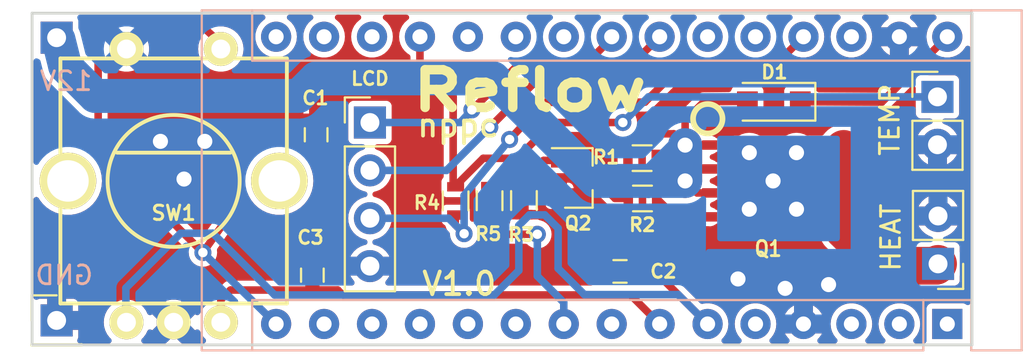
<source format=kicad_pcb>
(kicad_pcb (version 20221018) (generator pcbnew)
  (layers (0 "F.Cu" signal) (31 "B.Cu" signal) (34 "B.Paste" user) (35 "F.Paste" user) (36 "B.SilkS" user "B.Silkscreen") (37 "F.SilkS" user "F.Silkscreen") (38 "B.Mask" user) (39 "F.Mask" user) (44 "Edge.Cuts" user))
  (net 0 "")
  (net 1 "Net-(D1-Pad1)")
  (net 2 "GND")
  (net 3 "+12V")
  (net 4 "/Temp")
  (net 5 "Net-(J4-Pad1)")
  (net 6 "Net-(J4-Pad17)")
  (net 7 "Net-(J4-Pad2)")
  (net 8 "Net-(J4-Pad18)")
  (net 9 "Net-(J4-Pad3)")
  (net 10 "Net-(J4-Pad20)")
  (net 11 "Net-(J4-Pad5)")
  (net 12 "Net-(J4-Pad21)")
  (net 13 "Net-(J4-Pad22)")
  (net 14 "Net-(J4-Pad23)")
  (net 15 "Net-(J4-Pad8)")
  (net 16 "Net-(J4-Pad24)")
  (net 17 "/Heat")
  (net 18 "Net-(J4-Pad25)")
  (net 19 "Net-(J4-Pad10)")
  (net 20 "Net-(J4-Pad26)")
  (net 21 "Net-(J4-Pad11)")
  (net 22 "VCC")
  (net 23 "Net-(J4-Pad12)")
  (net 24 "Net-(J4-Pad28)")
  (net 25 "Net-(J4-Pad13)")
  (net 26 "Net-(J4-Pad14)")
  (net 27 "Net-(J4-Pad16)")
  (net 28 "Net-(Q1-Pad1)")
  (net 29 "Net-(Q2-Pad1)")
  (net 30 "Net-(Q2-Pad3)")
  (net 31 "Net-(C2-Pad1)")
  (net 32 "Net-(C3-Pad1)")
  (net 33 "Net-(C1-Pad1)")
  (net 34 "Net-(HEAT1-Pad1)")
  (footprint "Diodes_SMD:D_SOD-123F" (layer "F.Cu") (at 162.6 123.2 180)
    (fp_text reference "D1" (at -0.03 1.57 180) (layer "F.SilkS") (effects (font (size 0.7 0.7))))
    (fp_text value "D" hide)
    (fp_line (start -2.2 -1) (end -2.2 1) (stroke (width 0.12)) (layer "F.SilkS"))
    (fp_line (start -2.2 -1) (end 1.65 -1) (stroke (width 0.12)) (layer "F.SilkS"))
    (fp_line (start -2.2 1) (end 1.65 1) (stroke (width 0.12)) (layer "F.SilkS"))
    (pad "1" smd rect (at -1.4 0 180) (size 1.1 1.1) (layers "F.Cu" "F.Paste" "F.Mask") (net 1 "Net-(D1-Pad1)"))
    (pad "2" smd rect (at 1.4 0 180) (size 1.1 1.1) (layers "F.Cu" "F.Paste" "F.Mask") (net 3 "+12V"))
  )
  (footprint "Pin_Headers:Pin_Header_Straight_1x04_Pitch2.54mm" (layer "F.Cu") (at 141.2 124.3)
    (fp_text reference "LCD" (at 0 -2.33) (layer "F.SilkS") (effects (font (size 0.7 0.7))))
    (fp_text value "LCD")
    (fp_line (start -1.33 -1.33) (end 0 -1.33) (stroke (width 0.12)) (layer "F.SilkS"))
    (fp_line (start -1.33 0) (end -1.33 -1.33) (stroke (width 0.12)) (layer "F.SilkS"))
    (fp_line (start -1.33 1.27) (end -1.33 8.95) (stroke (width 0.12)) (layer "F.SilkS"))
    (fp_line (start -1.33 1.27) (end 1.33 1.27) (stroke (width 0.12)) (layer "F.SilkS"))
    (fp_line (start -1.33 8.95) (end 1.33 8.95) (stroke (width 0.12)) (layer "F.SilkS"))
    (fp_line (start 1.33 1.27) (end 1.33 8.95) (stroke (width 0.12)) (layer "F.SilkS"))
    (pad "1" thru_hole rect (at 0 0) (size 1.7 1.7) (drill 1) (layers "*.Cu" "*.Mask") (net 14 "Net-(J4-Pad23)"))
    (pad "2" thru_hole oval (at 0 2.54) (size 1.7 1.7) (drill 1) (layers "*.Cu" "*.Mask") (net 16 "Net-(J4-Pad24)"))
    (pad "3" thru_hole oval (at 0 5.08) (size 1.7 1.7) (drill 1) (layers "*.Cu" "*.Mask") (net 22 "VCC"))
    (pad "4" thru_hole oval (at 0 7.62) (size 1.7 1.7) (drill 1) (layers "*.Cu" "*.Mask") (net 2 "GND"))
  )
  (footprint "KiCadCustomLibs:DFN-8-1EP_6x5mm" (layer "F.Cu") (at 162.1 127.4)
    (fp_text reference "Q1" (at 0.2 3.6) (layer "F.SilkS") (effects (font (size 0.8 0.7))))
    (fp_text value "AON6403")
    (fp_circle (center -3 -3.3) (end -2.5 -2.7) (stroke (width 0.3)) (fill none) (layer "F.SilkS"))
    (pad "1" smd rect (at -2.9 1.905 270) (size 0.5 0.8) (layers "F.Cu" "F.Paste" "F.Mask") (net 28 "Net-(Q1-Pad1)") (clearance 0.1))
    (pad "2" smd rect (at 0.46 0 270) (size 4.6 4.12) (layers "F.Cu" "F.Paste" "F.Mask") (net 34 "Net-(HEAT1-Pad1)") (clearance 0.1))
    (pad "2" smd rect (at 2.9 -1.905 270) (size 0.5 0.8) (layers "F.Cu" "F.Paste" "F.Mask") (net 34 "Net-(HEAT1-Pad1)") (clearance 0.1))
    (pad "2" smd rect (at 2.9 -0.635 270) (size 0.5 0.8) (layers "F.Cu" "F.Paste" "F.Mask") (net 34 "Net-(HEAT1-Pad1)") (clearance 0.1))
    (pad "2" smd rect (at 2.9 0.635 270) (size 0.5 0.8) (layers "F.Cu" "F.Paste" "F.Mask") (net 34 "Net-(HEAT1-Pad1)") (clearance 0.1))
    (pad "2" smd rect (at 2.9 1.905 270) (size 0.5 0.8) (layers "F.Cu" "F.Paste" "F.Mask") (net 34 "Net-(HEAT1-Pad1)") (clearance 0.1))
    (pad "3" smd rect (at -2.9 -1.905 270) (size 0.5 0.8) (layers "F.Cu" "F.Paste" "F.Mask") (net 3 "+12V") (clearance 0.1))
    (pad "3" smd rect (at -2.9 -0.635 270) (size 0.5 0.8) (layers "F.Cu" "F.Paste" "F.Mask") (net 3 "+12V") (clearance 0.1))
    (pad "3" smd rect (at -2.9 0.635 270) (size 0.5 0.8) (layers "F.Cu" "F.Paste" "F.Mask") (net 3 "+12V") (clearance 0.1))
  )
  (footprint "TO_SOT_Packages_SMD:SOT-23" (layer "F.Cu") (at 152.24 127.24)
    (fp_text reference "Q2" (at -0.01 2.41) (layer "F.SilkS") (effects (font (size 0.7 0.7))))
    (fp_text value "SI2308" hide)
    (fp_line (start 0.76 -1.58) (end -1.4 -1.58) (stroke (width 0.12)) (layer "F.SilkS"))
    (fp_line (start 0.76 -1.58) (end 0.76 -0.65) (stroke (width 0.12)) (layer "F.SilkS"))
    (fp_line (start 0.76 1.58) (end -0.7 1.58) (stroke (width 0.12)) (layer "F.SilkS"))
    (fp_line (start 0.76 1.58) (end 0.76 0.65) (stroke (width 0.12)) (layer "F.SilkS"))
    (pad "1" smd rect (at -1 -0.95) (size 0.9 0.8) (layers "F.Cu" "F.Paste" "F.Mask") (net 29 "Net-(Q2-Pad1)"))
    (pad "2" smd rect (at -1 0.95) (size 0.9 0.8) (layers "F.Cu" "F.Paste" "F.Mask") (net 2 "GND"))
    (pad "3" smd rect (at 1 0) (size 0.9 0.8) (layers "F.Cu" "F.Paste" "F.Mask") (net 30 "Net-(Q2-Pad3)"))
  )
  (footprint "Resistors_SMD:R_0603" (layer "F.Cu") (at 155.62 126.19)
    (fp_text reference "R1" (at -1.91 -0.05) (layer "F.SilkS") (effects (font (size 0.7 0.7))))
    (fp_text value "100K" hide)
    (fp_line (start -0.5 -0.68) (end 0.5 -0.68) (stroke (width 0.12)) (layer "F.SilkS"))
    (fp_line (start 0.5 0.68) (end -0.5 0.68) (stroke (width 0.12)) (layer "F.SilkS"))
    (pad "1" smd rect (at -0.75 0) (size 0.5 0.9) (layers "F.Cu" "F.Paste" "F.Mask") (net 3 "+12V"))
    (pad "2" smd rect (at 0.75 0) (size 0.5 0.9) (layers "F.Cu" "F.Paste" "F.Mask") (net 28 "Net-(Q1-Pad1)"))
  )
  (footprint "Resistors_SMD:R_0603" (layer "F.Cu") (at 155.64 128.33 180)
    (fp_text reference "R2" (at 0.01 -1.4 180) (layer "F.SilkS") (effects (font (size 0.7 0.7))))
    (fp_text value "1K" hide)
    (fp_line (start -0.5 -0.68) (end 0.5 -0.68) (stroke (width 0.12)) (layer "F.SilkS"))
    (fp_line (start 0.5 0.68) (end -0.5 0.68) (stroke (width 0.12)) (layer "F.SilkS"))
    (pad "1" smd rect (at -0.75 0 180) (size 0.5 0.9) (layers "F.Cu" "F.Paste" "F.Mask") (net 28 "Net-(Q1-Pad1)"))
    (pad "2" smd rect (at 0.75 0 180) (size 0.5 0.9) (layers "F.Cu" "F.Paste" "F.Mask") (net 30 "Net-(Q2-Pad3)"))
  )
  (footprint "Resistors_SMD:R_0603" (layer "F.Cu") (at 149.36 128.44 -90)
    (fp_text reference "R3" (at 1.81 0.14) (layer "F.SilkS") (effects (font (size 0.7 0.7))))
    (fp_text value "10K" hide)
    (fp_line (start -0.5 -0.68) (end 0.5 -0.68) (stroke (width 0.12)) (layer "F.SilkS"))
    (fp_line (start 0.5 0.68) (end -0.5 0.68) (stroke (width 0.12)) (layer "F.SilkS"))
    (pad "1" smd rect (at -0.75 0 270) (size 0.5 0.9) (layers "F.Cu" "F.Paste" "F.Mask") (net 29 "Net-(Q2-Pad1)"))
    (pad "2" smd rect (at 0.75 0 270) (size 0.5 0.9) (layers "F.Cu" "F.Paste" "F.Mask") (net 2 "GND"))
  )
  (footprint "Resistors_SMD:R_0603" (layer "F.Cu") (at 145.74 128.46 -90)
    (fp_text reference "R4" (at 0.1 1.52) (layer "F.SilkS") (effects (font (size 0.7 0.7))))
    (fp_text value "4.7K" hide)
    (fp_line (start -0.5 -0.68) (end 0.5 -0.68) (stroke (width 0.12)) (layer "F.SilkS"))
    (fp_line (start 0.5 0.68) (end -0.5 0.68) (stroke (width 0.12)) (layer "F.SilkS"))
    (pad "1" smd rect (at -0.75 0 270) (size 0.5 0.9) (layers "F.Cu" "F.Paste" "F.Mask") (net 4 "/Temp"))
    (pad "2" smd rect (at 0.75 0 270) (size 0.5 0.9) (layers "F.Cu" "F.Paste" "F.Mask") (net 22 "VCC"))
  )
  (footprint "Resistors_SMD:R_0603" (layer "F.Cu") (at 147.54 128.45 90)
    (fp_text reference "R5" (at -1.76 -0.07 180) (layer "F.SilkS") (effects (font (size 0.7 0.7))))
    (fp_text value "100" hide)
    (fp_line (start -0.5 -0.68) (end 0.5 -0.68) (stroke (width 0.12)) (layer "F.SilkS"))
    (fp_line (start 0.5 0.68) (end -0.5 0.68) (stroke (width 0.12)) (layer "F.SilkS"))
    (pad "1" smd rect (at -0.75 0 90) (size 0.5 0.9) (layers "F.Cu" "F.Paste" "F.Mask") (net 17 "/Heat"))
    (pad "2" smd rect (at 0.75 0 90) (size 0.5 0.9) (layers "F.Cu" "F.Paste" "F.Mask") (net 29 "Net-(Q2-Pad1)"))
  )
  (footprint "ROTARY-ENCODER" (layer "F.Cu") (at 130.8 127.4)
    (fp_text reference "SW1" (at 0 1.7) (layer "F.SilkS") (effects (font (size 0.762 0.762) (thickness 0.1524))))
    (fp_text value "Rotary_Encoder" hide)
    (fp_line (start -6 -6.5) (end 6 -6.5) (stroke (width 0.2032)) (layer "F.SilkS"))
    (fp_line (start -6 6.5) (end -6 -6.5) (stroke (width 0.2032)) (layer "F.SilkS"))
    (fp_line (start 3 -1.5) (end -3 -1.5) (stroke (width 0.2032)) (layer "F.SilkS"))
    (fp_line (start 6 -6.5) (end 6 6.5) (stroke (width 0.2032)) (layer "F.SilkS"))
    (fp_line (start 6 6.5) (end -6 6.5) (stroke (width 0.2032)) (layer "F.SilkS"))
    (fp_circle (center 0 0) (end 3.5 0) (stroke (width 0.2032)) (fill none) (layer "F.SilkS"))
    (pad "" thru_hole circle (at -5.6 0) (size 3 3) (drill 2.2) (layers "*.Cu" "*.Mask" "F.SilkS"))
    (pad "" thru_hole circle (at 5.6 0) (size 3 3) (drill 2.2) (layers "*.Cu" "*.Mask" "F.SilkS"))
    (pad "1" thru_hole circle (at -2.5 7.5) (size 1.8 1.8) (drill 1) (layers "*.Cu" "*.Mask" "F.SilkS") (net 31 "Net-(C2-Pad1)"))
    (pad "2" thru_hole circle (at 0 7.5) (size 1.8 1.8) (drill 1) (layers "*.Cu" "*.Mask" "F.SilkS") (net 2 "GND"))
    (pad "3" thru_hole circle (at 2.5 7.5) (size 1.8 1.8) (drill 1) (layers "*.Cu" "*.Mask" "F.SilkS") (net 32 "Net-(C3-Pad1)"))
    (pad "4" thru_hole circle (at -2.5 -7) (size 1.8 1.8) (drill 1) (layers "*.Cu" "*.Mask" "F.SilkS") (net 2 "GND"))
    (pad "5" thru_hole circle (at 2.5 -7) (size 1.8 1.8) (drill 1) (layers "*.Cu" "*.Mask" "F.SilkS") (net 33 "Net-(C1-Pad1)"))
  )
  (footprint "Pin_Headers:Pin_Header_Straight_1x02_Pitch2.54mm" (layer "F.Cu") (at 171.27 122.94)
    (fp_text reference "TEMP" (at -2.53 1.21 90) (layer "F.SilkS"))
    (fp_text value "Temp sensor" hide)
    (fp_line (start -1.33 -1.33) (end 0 -1.33) (stroke (width 0.12)) (layer "F.SilkS"))
    (fp_line (start -1.33 0) (end -1.33 -1.33) (stroke (width 0.12)) (layer "F.SilkS"))
    (fp_line (start -1.33 1.27) (end -1.33 3.87) (stroke (width 0.12)) (layer "F.SilkS"))
    (fp_line (start -1.33 1.27) (end 1.33 1.27) (stroke (width 0.12)) (layer "F.SilkS"))
    (fp_line (start -1.33 3.87) (end 1.33 3.87) (stroke (width 0.12)) (layer "F.SilkS"))
    (fp_line (start 1.33 1.27) (end 1.33 3.87) (stroke (width 0.12)) (layer "F.SilkS"))
    (pad "1" thru_hole rect (at 0 0) (size 1.7 1.7) (drill 1) (layers "*.Cu" "*.Mask") (net 4 "/Temp"))
    (pad "2" thru_hole oval (at 0 2.54) (size 1.7 1.7) (drill 1) (layers "*.Cu" "*.Mask") (net 2 "GND"))
  )
  (footprint "Capacitors_SMD:C_0603" (layer "F.Cu") (at 138.35 124.95 90)
    (fp_text reference "C1" (at 1.95 -0.04 180) (layer "F.SilkS") (effects (font (size 0.7 0.7))))
    (fp_text value "22n" hide)
    (fp_line (start -0.35 -0.6) (end 0.35 -0.6) (stroke (width 0.12)) (layer "F.SilkS"))
    (fp_line (start 0.35 0.6) (end -0.35 0.6) (stroke (width 0.12)) (layer "F.SilkS"))
    (pad "1" smd rect (at -0.75 0 90) (size 0.8 0.75) (layers "F.Cu" "F.Paste" "F.Mask") (net 33 "Net-(C1-Pad1)"))
    (pad "2" smd rect (at 0.75 0 90) (size 0.8 0.75) (layers "F.Cu" "F.Paste" "F.Mask") (net 2 "GND"))
  )
  (footprint "Capacitors_SMD:C_0603" (layer "F.Cu") (at 154.45 132.2 180)
    (fp_text reference "C2" (at -2.3 0 180) (layer "F.SilkS") (effects (font (size 0.7 0.7))))
    (fp_text value "22n" hide)
    (fp_line (start -0.35 -0.6) (end 0.35 -0.6) (stroke (width 0.12)) (layer "F.SilkS"))
    (fp_line (start 0.35 0.6) (end -0.35 0.6) (stroke (width 0.12)) (layer "F.SilkS"))
    (pad "1" smd rect (at -0.75 0 180) (size 0.8 0.75) (layers "F.Cu" "F.Paste" "F.Mask") (net 31 "Net-(C2-Pad1)"))
    (pad "2" smd rect (at 0.75 0 180) (size 0.8 0.75) (layers "F.Cu" "F.Paste" "F.Mask") (net 2 "GND"))
  )
  (footprint "Capacitors_SMD:C_0603" (layer "F.Cu") (at 138.15 132.4 90)
    (fp_text reference "C3" (at 2 -0.1 180) (layer "F.SilkS") (effects (font (size 0.7 0.7))))
    (fp_text value "22n" hide)
    (fp_line (start -0.35 -0.6) (end 0.35 -0.6) (stroke (width 0.12)) (layer "F.SilkS"))
    (fp_line (start 0.35 0.6) (end -0.35 0.6) (stroke (width 0.12)) (layer "F.SilkS"))
    (pad "1" smd rect (at -0.75 0 90) (size 0.8 0.75) (layers "F.Cu" "F.Paste" "F.Mask") (net 32 "Net-(C3-Pad1)"))
    (pad "2" smd rect (at 0.75 0 90) (size 0.8 0.75) (layers "F.Cu" "F.Paste" "F.Mask") (net 2 "GND"))
  )
  (footprint "Pin_Headers:Pin_Header_Straight_1x01_Pitch2.54mm" (layer "F.Cu") (at 124.6 119.8)
    (fp_text reference "12V" (at 0.5 2.3) (layer "B.SilkS") (effects (justify mirror)))
    (fp_text value "PWR" hide)
    (pad "1" thru_hole rect (at 0 0) (size 1.7 1.7) (drill 1) (layers "*.Cu" "*.Mask") (net 3 "+12V"))
  )
  (footprint "Pin_Headers:Pin_Header_Straight_1x01_Pitch2.54mm" (layer "F.Cu") (at 124.6 134.8)
    (fp_text reference "GND" (at 0.4 -2.4) (layer "B.SilkS") (effects (justify mirror)))
    (fp_text value "PWR" hide)
    (fp_line (start -1.33 -1.33) (end 0 -1.33) (stroke (width 0.12)) (layer "F.SilkS"))
    (fp_line (start -1.33 0) (end -1.33 -1.33) (stroke (width 0.12)) (layer "F.SilkS"))
    (fp_line (start -1.33 1.27) (end -1.33 1.33) (stroke (width 0.12)) (layer "F.SilkS"))
    (fp_line (start -1.33 1.27) (end 1.33 1.27) (stroke (width 0.12)) (layer "F.SilkS"))
    (fp_line (start -1.33 1.33) (end 1.33 1.33) (stroke (width 0.12)) (layer "F.SilkS"))
    (fp_line (start 1.33 1.27) (end 1.33 1.33) (stroke (width 0.12)) (layer "F.SilkS"))
    (pad "1" thru_hole rect (at 0 0) (size 1.7 1.7) (drill 1) (layers "*.Cu" "*.Mask") (net 2 "GND"))
  )
  (footprint "Pin_Headers:Pin_Header_Straight_1x02_Pitch2.54mm" (layer "F.Cu") (at 171.3 131.8 180)
    (fp_text reference "HEAT" (at 2.5 1.4 270) (layer "F.SilkS"))
    (fp_text value "Heater")
    (fp_line (start -1.33 -1.33) (end 0 -1.33) (stroke (width 0.12)) (layer "F.SilkS"))
    (fp_line (start -1.33 0) (end -1.33 -1.33) (stroke (width 0.12)) (layer "F.SilkS"))
    (fp_line (start -1.33 1.27) (end -1.33 3.87) (stroke (width 0.12)) (layer "F.SilkS"))
    (fp_line (start -1.33 1.27) (end 1.33 1.27) (stroke (width 0.12)) (layer "F.SilkS"))
    (fp_line (start -1.33 3.87) (end 1.33 3.87) (stroke (width 0.12)) (layer "F.SilkS"))
    (fp_line (start 1.33 1.27) (end 1.33 3.87) (stroke (width 0.12)) (layer "F.SilkS"))
    (pad "1" thru_hole rect (at 0 0 180) (size 1.7 1.7) (drill 1) (layers "*.Cu" "*.Mask") (net 34 "Net-(HEAT1-Pad1)"))
    (pad "2" thru_hole oval (at 0 2.54 180) (size 1.7 1.7) (drill 1) (layers "*.Cu" "*.Mask") (net 2 "GND"))
  )
  (footprint "Modules:Arduino_Nano" (layer "B.Cu") (at 171.79 134.99 90)
    (fp_text reference "J4" hide)
    (fp_text value "Arduino_Nano_Header")
    (fp_line (start -1.4 -39.5) (end 16.64 -39.5) (stroke (width 0.12)) (layer "B.SilkS"))
    (fp_line (start -1.4 -1.27) (end -1.4 -39.5) (stroke (width 0.12)) (layer "B.SilkS"))
    (fp_line (start -1.4 3.94) (end -1.4 1.27) (stroke (width 0.12)) (layer "B.SilkS"))
    (fp_line (start 1.27 -36.83) (end -1.4 -36.83) (stroke (width 0.12)) (layer "B.SilkS"))
    (fp_line (start 1.27 -1.27) (end -1.4 -1.27) (stroke (width 0.12)) (layer "B.SilkS"))
    (fp_line (start 1.27 -1.27) (end 1.27 -36.83) (stroke (width 0.12)) (layer "B.SilkS"))
    (fp_line (start 1.27 -1.27) (end 1.27 1.27) (stroke (width 0.12)) (layer "B.SilkS"))
    (fp_line (start 1.27 1.27) (end -1.4 1.27) (stroke (width 0.12)) (layer "B.SilkS"))
    (fp_line (start 13.97 -36.83) (end 16.64 -36.83) (stroke (width 0.12)) (layer "B.SilkS"))
    (fp_line (start 13.97 1.27) (end 13.97 -36.83) (stroke (width 0.12)) (layer "B.SilkS"))
    (fp_line (start 13.97 1.27) (end 16.64 1.27) (stroke (width 0.12)) (layer "B.SilkS"))
    (fp_line (start 16.64 -39.5) (end 16.64 3.94) (stroke (width 0.12)) (layer "B.SilkS"))
    (fp_line (start 16.64 3.94) (end -1.4 3.94) (stroke (width 0.12)) (layer "B.SilkS"))
    (pad "1" thru_hole rect (at 0 0 90) (size 1.6 1.6) (drill 0.8) (layers "*.Cu" "*.Mask") (net 5 "Net-(J4-Pad1)"))
    (pad "2" thru_hole oval (at 0 -2.54 90) (size 1.6 1.6) (drill 0.8) (layers "*.Cu" "*.Mask") (net 7 "Net-(J4-Pad2)"))
    (pad "3" thru_hole oval (at 0 -5.08 90) (size 1.6 1.6) (drill 0.8) (layers "*.Cu" "*.Mask") (net 9 "Net-(J4-Pad3)"))
    (pad "4" thru_hole oval (at 0 -7.62 90) (size 1.6 1.6) (drill 0.8) (layers "*.Cu" "*.Mask") (net 2 "GND"))
    (pad "5" thru_hole oval (at 0 -10.16 90) (size 1.6 1.6) (drill 0.8) (layers "*.Cu" "*.Mask") (net 11 "Net-(J4-Pad5)"))
    (pad "6" thru_hole oval (at 0 -12.7 90) (size 1.6 1.6) (drill 0.8) (layers "*.Cu" "*.Mask") (net 31 "Net-(C2-Pad1)"))
    (pad "7" thru_hole oval (at 0 -15.24 90) (size 1.6 1.6) (drill 0.8) (layers "*.Cu" "*.Mask") (net 32 "Net-(C3-Pad1)"))
    (pad "8" thru_hole oval (at 0 -17.78 90) (size 1.6 1.6) (drill 0.8) (layers "*.Cu" "*.Mask") (net 15 "Net-(J4-Pad8)"))
    (pad "9" thru_hole oval (at 0 -20.32 90) (size 1.6 1.6) (drill 0.8) (layers "*.Cu" "*.Mask") (net 17 "/Heat"))
    (pad "10" thru_hole oval (at 0 -22.86 90) (size 1.6 1.6) (drill 0.8) (layers "*.Cu" "*.Mask") (net 19 "Net-(J4-Pad10)"))
    (pad "11" thru_hole oval (at 0 -25.4 90) (size 1.6 1.6) (drill 0.8) (layers "*.Cu" "*.Mask") (net 21 "Net-(J4-Pad11)"))
    (pad "12" thru_hole oval (at 0 -27.94 90) (size 1.6 1.6) (drill 0.8) (layers "*.Cu" "*.Mask") (net 23 "Net-(J4-Pad12)"))
    (pad "13" thru_hole oval (at 0 -30.48 90) (size 1.6 1.6) (drill 0.8) (layers "*.Cu" "*.Mask") (net 25 "Net-(J4-Pad13)"))
    (pad "14" thru_hole oval (at 0 -33.02 90) (size 1.6 1.6) (drill 0.8) (layers "*.Cu" "*.Mask") (net 26 "Net-(J4-Pad14)"))
    (pad "15" thru_hole oval (at 0 -35.56 90) (size 1.6 1.6) (drill 0.8) (layers "*.Cu" "*.Mask") (net 33 "Net-(C1-Pad1)"))
    (pad "16" thru_hole oval (at 15.24 -35.56 90) (size 1.6 1.6) (drill 0.8) (layers "*.Cu" "*.Mask") (net 27 "Net-(J4-Pad16)"))
    (pad "17" thru_hole oval (at 15.24 -33.02 90) (size 1.6 1.6) (drill 0.8) (layers "*.Cu" "*.Mask") (net 6 "Net-(J4-Pad17)"))
    (pad "18" thru_hole oval (at 15.24 -30.48 90) (size 1.6 1.6) (drill 0.8) (layers "*.Cu" "*.Mask") (net 8 "Net-(J4-Pad18)"))
    (pad "19" thru_hole oval (at 15.24 -27.94 90) (size 1.6 1.6) (drill 0.8) (layers "*.Cu" "*.Mask") (net 4 "/Temp"))
    (pad "20" thru_hole oval (at 15.24 -25.4 90) (size 1.6 1.6) (drill 0.8) (layers "*.Cu" "*.Mask") (net 10 "Net-(J4-Pad20)"))
    (pad "21" thru_hole oval (at 15.24 -22.86 90) (size 1.6 1.6) (drill 0.8) (layers "*.Cu" "*.Mask") (net 12 "Net-(J4-Pad21)"))
    (pad "22" thru_hole oval (at 15.24 -20.32 90) (size 1.6 1.6) (drill 0.8) (layers "*.Cu" "*.Mask") (net 13 "Net-(J4-Pad22)"))
    (pad "23" thru_hole oval (at 15.24 -17.78 90) (size 1.6 1.6) (drill 0.8) (layers "*.Cu" "*.Mask") (net 14 "Net-(J4-Pad23)"))
    (pad "24" thru_hole oval (at 15.24 -15.24 90) (size 1.6 1.6) (drill 0.8) (layers "*.Cu" "*.Mask") (net 16 "Net-(J4-Pad24)"))
    (pad "25" thru_hole oval (at 15.24 -12.7 90) (size 1.6 1.6) (drill 0.8) (layers "*.Cu" "*.Mask") (net 18 "Net-(J4-Pad25)"))
    (pad "26" thru_hole oval (at 15.24 -10.16 90) (size 1.6 1.6) (drill 0.8) (layers "*.Cu" "*.Mask") (net 20 "Net-(J4-Pad26)"))
    (pad "27" thru_hole oval (at 15.24 -7.62 90) (size 1.6 1.6) (drill 0.8) (layers "*.Cu" "*.Mask") (net 22 "VCC"))
    (pad "28" thru_hole oval (at 15.24 -5.08 90) (size 1.6 1.6) (drill 0.8) (layers "*.Cu" "*.Mask") (net 24 "Net-(J4-Pad28)"))
    (pad "29" thru_hole oval (at 15.24 -2.54 90) (size 1.6 1.6) (drill 0.8) (layers "*.Cu" "*.Mask") (net 2 "GND"))
    (pad "30" thru_hole oval (at 15.24 0 90) (size 1.6 1.6) (drill 0.8) (layers "*.Cu" "*.Mask") (net 1 "Net-(D1-Pad1)"))
  )
  (gr_line (start 173.1 118.5) (end 123.3 118.5) (stroke (width 0.15)) (layer "Edge.Cuts"))
  (gr_line (start 173.1 136.1) (end 173.1 118.5) (stroke (width 0.15)) (layer "Edge.Cuts"))
  (gr_line (start 123.3 118.5) (end 123.3 136.1) (stroke (width 0.15)) (layer "Edge.Cuts"))
  (gr_line (start 123.3 136.1) (end 173.1 136.1) (stroke (width 0.15)) (layer "Edge.Cuts"))
  (gr_text "Reflow" (at 149.66 122.6) (layer "F.SilkS") (effects (font (size 2 2.5) (thickness 0.5))))
  (gr_text "nppc" (at 145.87 124.45) (layer "F.SilkS") (effects (font (size 1.2 1.2) (thickness 0.2))))
  (gr_text "V1.0" (at 145.93 132.86) (layer "F.SilkS") (effects (font (size 1.2 1.2) (thickness 0.2))))
  (segment (start 168.32 123.22) (end 171.79 119.75) (width 0.4) (layer "F.Cu") (net 1))
  (segment (start 164 123.2) (end 168.32 123.22) (width 0.4) (layer "F.Cu") (net 1))
  (segment (start 164.17 134.23) (end 165.5 132.9) (width 0.4) (layer "F.Cu") (net 2))
  (segment (start 163.2 133.1) (end 164.17 134.07) (width 0.4) (layer "F.Cu") (net 2))
  (segment (start 128.3 120.45) (end 132.45 124.6) (width 0.4) (layer "F.Cu") (net 2))
  (segment (start 132.45 124.6) (end 132.45 125.3) (width 0.4) (layer "F.Cu") (net 2))
  (segment (start 130.1 126.05) (end 131.35 127.3) (width 0.4) (layer "F.Cu") (net 2))
  (segment (start 130.1 125.3) (end 132.45 125.3) (width 0.4) (layer "F.Cu") (net 2))
  (segment (start 164.17 134.99) (end 164.17 134.07) (width 0.4) (layer "F.Cu") (net 2))
  (segment (start 164.17 134.99) (end 164.17 134.23) (width 0.4) (layer "F.Cu") (net 2))
  (segment (start 130.1 125.3) (end 130.1 126.05) (width 0.4) (layer "F.Cu") (net 2))
  (segment (start 128.3 120.4) (end 128.3 120.45) (width 0.4) (layer "F.Cu") (net 2))
  (via (at 130.1 125.3) (size 1.5) (drill 0.8) (layers "F.Cu" "B.Cu") (net 2))
  (via (at 160.7 132.6) (size 1.5) (drill 0.8) (layers "F.Cu" "B.Cu") (net 2))
  (via (at 131.35 127.3) (size 1.5) (drill 0.8) (layers "F.Cu" "B.Cu") (net 2))
  (via (at 163.2 133.1) (size 1.5) (drill 0.8) (layers "F.Cu" "B.Cu") (net 2))
  (via (at 132.45 125.3) (size 1.5) (drill 0.8) (layers "F.Cu" "B.Cu") (net 2))
  (via (at 165.5 132.9) (size 1.5) (drill 0.8) (layers "F.Cu" "B.Cu") (net 2))
  (segment (start 128.15 120.25) (end 128.3 120.4) (width 1.5) (layer "B.Cu") (net 2))
  (segment (start 161.2 133.1) (end 160.7 132.6) (width 0.4) (layer "B.Cu") (net 2))
  (segment (start 163.2 133.1) (end 161.2 133.1) (width 0.4) (layer "B.Cu") (net 2))
  (segment (start 158.9 123.2) (end 161.18 123.18) (width 0.4) (layer "F.Cu") (net 3))
  (segment (start 158.9 123.2) (end 157.9 124.2) (width 0.4) (layer "F.Cu") (net 3))
  (segment (start 157.9 125.5) (end 157.9 126.7) (width 1.8) (layer "F.Cu") (net 3))
  (segment (start 157.905 125.495) (end 157.9 125.5) (width 0.4) (layer "F.Cu") (net 3))
  (segment (start 157.9 126.765) (end 157.965 126.7) (width 0.4) (layer "F.Cu") (net 3))
  (segment (start 157.965 126.7) (end 158.4 126.7) (width 0.4) (layer "F.Cu") (net 3))
  (segment (start 158.4 126.7) (end 157.9 126.7) (width 0.4) (layer "F.Cu") (net 3))
  (segment (start 157.9 126.7) (end 157.9 127.4) (width 1.8) (layer "F.Cu") (net 3))
  (segment (start 158.535 128.035) (end 157.9 127.4) (width 0.4) (layer "F.Cu") (net 3))
  (segment (start 154.87 125.63) (end 155.6 124.9) (width 0.4) (layer "F.Cu") (net 3))
  (segment (start 155.6 124.9) (end 157.3 124.9) (width 0.4) (layer "F.Cu") (net 3))
  (segment (start 157.3 124.9) (end 157.9 125.5) (width 0.4) (layer "F.Cu") (net 3))
  (segment (start 154.87 126.19) (end 154.87 125.63) (width 0.4) (layer "F.Cu") (net 3))
  (segment (start 159.2 128.035) (end 158.535 128.035) (width 0.4) (layer "F.Cu") (net 3))
  (segment (start 157.9 125.5) (end 157.9 124.2) (width 0.4) (layer "F.Cu") (net 3))
  (segment (start 161.2 123.2) (end 161.18 123.18) (width 0.4) (layer "F.Cu") (net 3))
  (segment (start 159.2 126.765) (end 157.9 126.765) (width 0.4) (layer "F.Cu") (net 3))
  (segment (start 159.2 125.495) (end 157.905 125.495) (width 0.4) (layer "F.Cu") (net 3))
  (via (at 157.9 125.5) (size 1.5) (drill 0.8) (layers "F.Cu" "B.Cu") (net 3))
  (via (at 157.9 127.4) (size 1.5) (drill 0.8) (layers "F.Cu" "B.Cu") (net 3))
  (segment (start 137.42 122.89) (end 138.35 121.96) (width 1.8) (layer "B.Cu") (net 3))
  (segment (start 138.35 121.96) (end 147.73 121.96) (width 1.8) (layer "B.Cu") (net 3))
  (segment (start 157.9 127.4) (end 155.95 127.4) (width 1.8) (layer "B.Cu") (net 3))
  (segment (start 124.75 120.05) (end 124.65 119.95) (width 0.4) (layer "B.Cu") (net 3))
  (segment (start 126.64 122.89) (end 125.05 121.3) (width 1.8) (layer "B.Cu") (net 3))
  (segment (start 125.05 121.3) (end 124.7 119.9) (width 1.8) (layer "B.Cu") (net 3))
  (segment (start 156 127.4) (end 156 127.5) (width 1.5) (layer "B.Cu") (net 3))
  (segment (start 156 127.5) (end 155.95 127.55) (width 1.5) (layer "B.Cu") (net 3))
  (segment (start 155.95 127.55) (end 155.95 127.4) (width 1.5) (layer "B.Cu") (net 3))
  (segment (start 155.95 127.4) (end 153.17 127.4) (width 1.8) (layer "B.Cu") (net 3))
  (segment (start 137.42 122.89) (end 126.64 122.89) (width 1.8) (layer "B.Cu") (net 3))
  (segment (start 147.73 121.96) (end 153.17 127.4) (width 1.8) (layer "B.Cu") (net 3))
  (segment (start 157.9 127.4) (end 157.9 125.5) (width 1.8) (layer "B.Cu") (net 3))
  (segment (start 157.9 125.5) (end 156 127.4) (width 1.5) (layer "B.Cu") (net 3))
  (segment (start 145.74 127.66) (end 147.2 126.2) (width 0.4) (layer "F.Cu") (net 4))
  (segment (start 147.2 126.2) (end 149 126.2) (width 0.4) (layer "F.Cu") (net 4))
  (segment (start 149 126.2) (end 150.9 124.3) (width 0.4) (layer "F.Cu") (net 4))
  (segment (start 150.9 124.3) (end 154.6 124.3) (width 0.4) (layer "F.Cu") (net 4))
  (segment (start 143.85 121.18) (end 145.61 122.94) (width 0.4) (layer "F.Cu") (net 4))
  (segment (start 145.61 122.94) (end 145.61 127.58) (width 0.4) (layer "F.Cu") (net 4))
  (segment (start 145.61 127.58) (end 145.74 127.71) (width 0.4) (layer "F.Cu") (net 4))
  (segment (start 143.85 119.75) (end 143.85 121.18) (width 0.4) (layer "F.Cu") (net 4))
  (segment (start 145.74 127.71) (end 145.74 127.66) (width 0.4) (layer "F.Cu") (net 4))
  (via (at 154.6 124.3) (size 0.9) (drill 0.5) (layers "F.Cu" "B.Cu") (net 4))
  (segment (start 157.36 122.94) (end 171.27 122.94) (width 0.4) (layer "B.Cu") (net 4))
  (segment (start 155.96 122.94) (end 157.36 122.94) (width 0.4) (layer "B.Cu") (net 4))
  (segment (start 154.6 124.3) (end 155.96 122.94) (width 0.4) (layer "B.Cu") (net 4))
  (segment (start 154.01 119.83) (end 152.56 121.28) (width 0.4) (layer "F.Cu") (net 14))
  (segment (start 152.56 121.28) (end 149.01 121.28) (width 0.4) (layer "F.Cu") (net 14))
  (segment (start 149.01 121.28) (end 146.6 123.63) (width 0.4) (layer "F.Cu") (net 14))
  (segment (start 154.01 119.75) (end 154.01 119.83) (width 0.4) (layer "F.Cu") (net 14))
  (via (at 146.6 123.63) (size 0.9) (drill 0.5) (layers "F.Cu" "B.Cu") (net 14))
  (segment (start 146.6 123.63) (end 145.99 124.3) (width 0.4) (layer "B.Cu") (net 14))
  (segment (start 145.99 124.3) (end 141.2 124.3) (width 0.4) (layer "B.Cu") (net 14))
  (segment (start 147.55 124.55) (end 149.91 122.19) (width 0.4) (layer "F.Cu") (net 16))
  (segment (start 154.11 122.19) (end 156.55 119.75) (width 0.4) (layer "F.Cu") (net 16))
  (segment (start 149.91 122.19) (end 154.11 122.19) (width 0.4) (layer "F.Cu") (net 16))
  (via (at 147.55 124.55) (size 0.9) (drill 0.5) (layers "F.Cu" "B.Cu") (net 16))
  (segment (start 145.26 126.84) (end 147.55 124.55) (width 0.4) (layer "B.Cu") (net 16))
  (segment (start 141.2 126.84) (end 145.26 126.84) (width 0.4) (layer "B.Cu") (net 16))
  (segment (start 147.54 129.83) (end 147.94 130.23) (width 0.4) (layer "F.Cu") (net 17))
  (segment (start 147.94 130.23) (end 150.07 130.23) (width 0.4) (layer "F.Cu") (net 17))
  (segment (start 147.54 129.2) (end 147.54 129.83) (width 0.4) (layer "F.Cu") (net 17))
  (segment (start 147.54 129.2) (end 147.55 129.28) (width 0.4) (layer "F.Cu") (net 17))
  (via (at 150.07 130.23) (size 0.9) (drill 0.5) (layers "F.Cu" "B.Cu") (net 17))
  (segment (start 150.07 132.45) (end 151.47 133.85) (width 0.4) (layer "B.Cu") (net 17))
  (segment (start 151.47 133.85) (end 151.47 134.99) (width 0.4) (layer "B.Cu") (net 17))
  (segment (start 150.07 130.23) (end 150.07 132.45) (width 0.4) (layer "B.Cu") (net 17))
  (segment (start 145.71 129.72) (end 146.19 130.2) (width 0.4) (layer "F.Cu") (net 22))
  (segment (start 148.6 125.2) (end 150.44 123.23) (width 0.4) (layer "F.Cu") (net 22))
  (segment (start 150.44 123.23) (end 155.77 123.22) (width 0.4) (layer "F.Cu") (net 22))
  (segment (start 157.49 121.5) (end 162.42 121.5) (width 0.4) (layer "F.Cu") (net 22))
  (segment (start 162.42 121.5) (end 164.17 119.75) (width 0.4) (layer "F.Cu") (net 22))
  (segment (start 155.77 123.22) (end 157.49 121.5) (width 0.4) (layer "F.Cu") (net 22))
  (segment (start 145.74 129.21) (end 145.71 129.72) (width 0.4) (layer "F.Cu") (net 22))
  (via (at 148.6 125.2) (size 0.9) (drill 0.5) (layers "F.Cu" "B.Cu") (net 22))
  (via (at 146.19 130.2) (size 0.9) (drill 0.5) (layers "F.Cu" "B.Cu") (net 22))
  (segment (start 146.19 130.2) (end 145.37 129.38) (width 0.4) (layer "B.Cu") (net 22))
  (segment (start 145.37 129.38) (end 141.2 129.38) (width 0.4) (layer "B.Cu") (net 22))
  (segment (start 146.19 128.17) (end 148.6 125.2) (width 0.4) (layer "B.Cu") (net 22))
  (segment (start 146.19 130.2) (end 146.19 128.17) (width 0.4) (layer "B.Cu") (net 22))
  (segment (start 156.37 128.31) (end 156.39 128.33) (width 0.4) (layer "F.Cu") (net 28))
  (segment (start 159.195 129.3) (end 157.36 129.3) (width 0.4) (layer "F.Cu") (net 28))
  (segment (start 157.36 129.3) (end 156.39 128.33) (width 0.4) (layer "F.Cu") (net 28))
  (segment (start 159.2 129.305) (end 159.195 129.3) (width 0.4) (layer "F.Cu") (net 28))
  (segment (start 156.37 126.19) (end 156.37 128.31) (width 0.4) (layer "F.Cu") (net 28))
  (segment (start 150.4 126.31) (end 150.19 126.52) (width 0.4) (layer "F.Cu") (net 29))
  (segment (start 150.19 126.52) (end 149.36 127.69) (width 0.4) (layer "F.Cu") (net 29))
  (segment (start 147.55 127.69) (end 147.54 127.7) (width 0.4) (layer "F.Cu") (net 29))
  (segment (start 149.36 127.69) (end 147.55 127.69) (width 0.4) (layer "F.Cu") (net 29))
  (segment (start 151.12 126.31) (end 150.4 126.31) (width 0.4) (layer "F.Cu") (net 29))
  (segment (start 154.19 128.33) (end 153.12 127.26) (width 0.4) (layer "F.Cu") (net 30))
  (segment (start 154.89 128.33) (end 154.19 128.33) (width 0.4) (layer "F.Cu") (net 30))
  (segment (start 156.3 132.2) (end 159.09 134.99) (width 0.4) (layer "F.Cu") (net 31))
  (segment (start 155.2 132.2) (end 156.3 132.2) (width 0.4) (layer "F.Cu") (net 31))
  (segment (start 139.8 133.45) (end 147.79 133.45) (width 0.4) (layer "B.Cu") (net 31))
  (segment (start 147.79 133.45) (end 149.09 132.15) (width 0.4) (layer "B.Cu") (net 31))
  (segment (start 149.09 132.15) (end 149.09 129.76) (width 0.4) (layer "B.Cu") (net 31))
  (segment (start 149.09 129.76) (end 149.65 129.2) (width 0.4) (layer "B.Cu") (net 31))
  (segment (start 149.65 129.2) (end 150.46 129.2) (width 0.4) (layer "B.Cu") (net 31))
  (segment (start 150.46 129.2) (end 151.17 129.91) (width 0.4) (layer "B.Cu") (net 31))
  (segment (start 151.17 129.91) (end 151.17 132.04) (width 0.4) (layer "B.Cu") (net 31))
  (segment (start 151.17 132.04) (end 152.56 133.43) (width 0.4) (layer "B.Cu") (net 31))
  (segment (start 152.56 133.43) (end 157.53 133.43) (width 0.4) (layer "B.Cu") (net 31))
  (segment (start 157.53 133.43) (end 159.09 134.99) (width 0.4) (layer "B.Cu") (net 31))
  (segment (start 131.175 130.175) (end 128.27 133.08) (width 0.4) (layer "B.Cu") (net 31))
  (segment (start 128.27 134.81) (end 128.27 133.08) (width 0.4) (layer "B.Cu") (net 31))
  (segment (start 135.3 132.6) (end 135.3 132.6) (width 0.4) (layer "B.Cu") (net 31))
  (segment (start 135.3 132.6) (end 136.15 133.45) (width 0.4) (layer "B.Cu") (net 31))
  (segment (start 136.15 133.45) (end 139.8 133.45) (width 0.4) (layer "B.Cu") (net 31))
  (segment (start 132.875 130.175) (end 135.3 132.6) (width 0.4) (layer "B.Cu") (net 31))
  (segment (start 132.875 130.175) (end 131.175 130.175) (width 0.4) (layer "B.Cu") (net 31))
  (segment (start 139.5 133.19) (end 139.76 133.45) (width 0.4) (layer "F.Cu") (net 32))
  (segment (start 139.76 133.45) (end 155.01 133.45) (width 0.4) (layer "F.Cu") (net 32))
  (segment (start 156.55 134.99) (end 155.01 133.45) (width 0.4) (layer "F.Cu") (net 32))
  (segment (start 133.81 133.19) (end 133.3 133.7) (width 0.4) (layer "F.Cu") (net 32))
  (segment (start 133.3 133.7) (end 133.3 134.9) (width 0.4) (layer "F.Cu") (net 32))
  (segment (start 138.19 133.19) (end 139.5 133.19) (width 0.4) (layer "F.Cu") (net 32))
  (segment (start 138.15 133.15) (end 138.19 133.19) (width 0.4) (layer "F.Cu") (net 32))
  (segment (start 139.5 133.19) (end 133.81 133.19) (width 0.4) (layer "F.Cu") (net 32))
  (segment (start 133.21 120.31) (end 133.3 120.4) (width 0.4) (layer "F.Cu") (net 33))
  (segment (start 132 118.9) (end 133.3 120.1) (width 0.4) (layer "F.Cu") (net 33))
  (segment (start 132 118.9) (end 127.4 118.9) (width 0.4) (layer "F.Cu") (net 33))
  (segment (start 127.4 118.9) (end 126.8 119.5) (width 0.4) (layer "F.Cu") (net 33))
  (segment (start 137.05 125.15) (end 135.25 125.15) (width 0.4) (layer "F.Cu") (net 33))
  (segment (start 135.25 125.15) (end 133.95 126.45) (width 0.4) (layer "F.Cu") (net 33))
  (segment (start 126.8 125.65) (end 132.35 131.2) (width 0.4) (layer "F.Cu") (net 33))
  (segment (start 132.35 131.2) (end 132.35 131.2) (width 0.4) (layer "F.Cu") (net 33))
  (segment (start 132.35 131.2) (end 133.95 128.95) (width 0.4) (layer "F.Cu") (net 33))
  (segment (start 137.6 125.7) (end 138.35 125.7) (width 0.4) (layer "F.Cu") (net 33))
  (segment (start 133.95 126.45) (end 133.95 128.95) (width 0.4) (layer "F.Cu") (net 33))
  (segment (start 126.8 119.5) (end 126.8 125.65) (width 0.4) (layer "F.Cu") (net 33))
  (segment (start 133.21 120.31) (end 133.24 120.31) (width 0.4) (layer "F.Cu") (net 33))
  (segment (start 137.05 125.15) (end 137.6 125.7) (width 0.4) (layer "F.Cu") (net 33))
  (segment (start 133.3 120.4) (end 133.3 120.1) (width 0.4) (layer "F.Cu") (net 33))
  (via (at 132.35 131.2) (size 0.9) (drill 0.5) (layers "F.Cu" "B.Cu") (net 33))
  (segment (start 132.35 131.2) (end 132.38 131.23) (width 0.4) (layer "B.Cu") (net 33))
  (segment (start 136.23 134.99) (end 132.38 131.23) (width 0.4) (layer "B.Cu") (net 33))
  (segment (start 164.465 125.495) (end 162.56 127.4) (width 0.4) (layer "F.Cu") (net 34))
  (segment (start 163.195 126.765) (end 162.56 127.4) (width 0.4) (layer "F.Cu") (net 34))
  (segment (start 163.195 128.035) (end 162.56 127.4) (width 0.4) (layer "F.Cu") (net 34))
  (segment (start 164.465 129.305) (end 162.56 127.4) (width 0.4) (layer "F.Cu") (net 34))
  (segment (start 161.3 128.9) (end 162.56 127.64) (width 0.4) (layer "F.Cu") (net 34))
  (segment (start 163.8 125.9) (end 162.56 127.24) (width 0.4) (layer "F.Cu") (net 34))
  (segment (start 161.3 125.9) (end 162.56 127.16) (width 0.4) (layer "F.Cu") (net 34))
  (segment (start 163.8 128.9) (end 162.56 127.66) (width 0.4) (layer "F.Cu") (net 34))
  (segment (start 171.2 131.9) (end 168.2 131.9) (width 2) (layer "F.Cu") (net 34))
  (segment (start 168.2 131.9) (end 166.3 130) (width 2) (layer "F.Cu") (net 34))
  (segment (start 166.3 130) (end 166.3 126.4) (width 2) (layer "F.Cu") (net 34))
  (segment (start 165.605 129.305) (end 166.3 130) (width 0.4) (layer "F.Cu") (net 34))
  (segment (start 165.365 128.035) (end 165.95 127.45) (width 0.4) (layer "F.Cu") (net 34))
  (segment (start 166.3 127.1) (end 166.3 125.7) (width 2) (layer "F.Cu") (net 34))
  (segment (start 165.265 126.765) (end 165.95 127.45) (width 0.4) (layer "F.Cu") (net 34))
  (segment (start 165.95 127.45) (end 166.3 127.1) (width 0.4) (layer "F.Cu") (net 34))
  (segment (start 165.395 125.495) (end 166.3 126.4) (width 0.4) (layer "F.Cu") (net 34))
  (segment (start 166.3 126.4) (end 166.3 127.1) (width 2) (layer "F.Cu") (net 34))
  (segment (start 165 129.305) (end 165.605 129.305) (width 0.4) (layer "F.Cu") (net 34))
  (segment (start 165 125.495) (end 164.465 125.495) (width 0.4) (layer "F.Cu") (net 34))
  (segment (start 165 128.035) (end 165.365 128.035) (width 0.4) (layer "F.Cu") (net 34))
  (segment (start 171.3 131.8) (end 171.2 131.9) (width 2) (layer "F.Cu") (net 34))
  (segment (start 165 129.305) (end 164.465 129.305) (width 0.4) (layer "F.Cu") (net 34))
  (segment (start 165 125.495) (end 165.395 125.495) (width 0.4) (layer "F.Cu") (net 34))
  (segment (start 165 126.765) (end 163.195 126.765) (width 0.4) (layer "F.Cu") (net 34))
  (segment (start 165 128.035) (end 163.195 128.035) (width 0.4) (layer "F.Cu") (net 34))
  (segment (start 165 126.765) (end 165.265 126.765) (width 0.4) (layer "F.Cu") (net 34))
  (via (at 161.3 125.9) (size 1.5) (drill 0.8) (layers "F.Cu" "B.Cu") (net 34))
  (via (at 163.8 128.9) (size 1.5) (drill 0.8) (layers "F.Cu" "B.Cu") (net 34))
  (via (at 163.8 125.9) (size 1.5) (drill 0.8) (layers "F.Cu" "B.Cu") (net 34))
  (via (at 161.3 128.9) (size 1.5) (drill 0.8) (layers "F.Cu" "B.Cu") (net 34))
  (via (at 162.56 127.4) (size 1.5) (drill 0.8) (layers "F.Cu" "B.Cu") (net 34))
  (segment (start 162.56 127.4) (end 162.6 127.4) (width 0.4) (layer "B.Cu") (net 34))
  (segment (start 162.56 127.64) (end 161.3 128.9) (width 0.4) (layer "B.Cu") (net 34))
  (segment (start 162.56 127.24) (end 163.8 125.9) (width 0.4) (layer "B.Cu") (net 34))
  (segment (start 162.56 127.16) (end 161.3 125.9) (width 0.4) (layer "B.Cu") (net 34))
  (segment (start 162.56 127.66) (end 163.8 128.9) (width 0.4) (layer "B.Cu") (net 34))
  (segment (start 162.56 127.4) (end 162.56 127.16) (width 0.4) (layer "B.Cu") (net 34))
  (segment (start 162.56 127.4) (end 162.56 127.24) (width 0.4) (layer "B.Cu") (net 34))
  (segment (start 162.56 127.4) (end 162.56 127.66) (width 0.4) (layer "B.Cu") (net 34))
  (segment (start 162.56 127.4) (end 162.56 127.64) (width 0.4) (layer "B.Cu") (net 34))
  (zone (net 2) (net_name "GND") (layer "F.Cu") (connect_pads (clearance 0.3)) (min_thickness 0.3) (fill yes (thermal_gap 0.3) (thermal_bridge_width 1))
    (polygon (pts (xy 121.6 117.9) (xy 121.7 136.7) (xy 173.6 136.7) (xy 173.2 117.8)))
  )
  (zone (net 2) (net_name "GND") (layer "B.Cu") (connect_pads (clearance 0.3)) (min_thickness 0.3) (fill yes (thermal_gap 0.3) (thermal_bridge_width 1))
    (polygon (pts (xy 173.4 136.6) (xy 121.9 136.6) (xy 121.8 118.2) (xy 173.4 118.1)))
    (polygon (pts (xy 159 131.01) (xy 159 131.18) (xy 159.000767 131.01)))
    (polygon (pts (xy 159.03 124.53) (xy 159.000767 131.01) (xy 166.67 131.01) (xy 166.67 124.53)))
  )
  (zone (net 34) (net_name "Net-(HEAT1-Pad1)") (layer "B.Cu") (connect_pads (clearance 0.3)) (min_thickness 0.3) (fill yes (thermal_gap 0.3) (thermal_bridge_width 1))
    (polygon (pts (xy 159.6 125) (xy 166.1 125) (xy 166.1 130.6) (xy 159.6 130.6) (xy 159.6 130.4)))
  )
)
</source>
